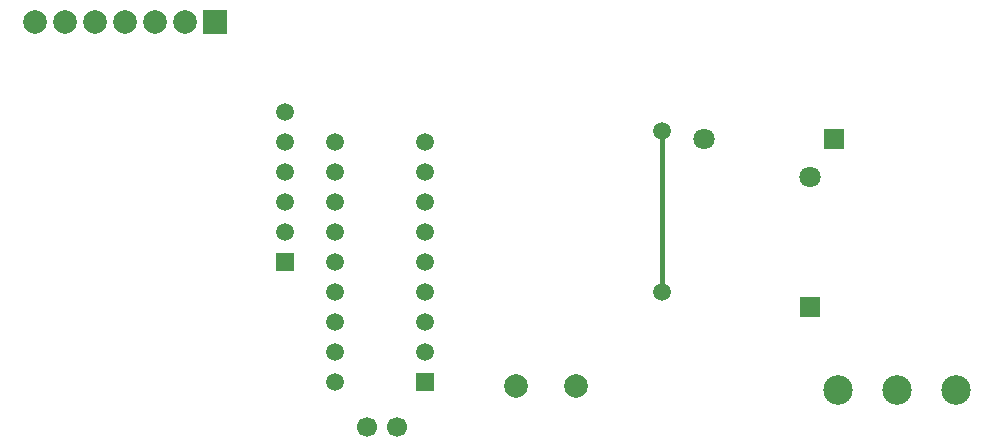
<source format=gbr>
G04 DipTrace 3.0.0.1*
G04 Âåðõíèé.gbr*
%MOMM*%
G04 #@! TF.FileFunction,Copper,L1,Top*
G04 #@! TF.Part,Single*
G04 #@! TA.AperFunction,Conductor*
%ADD14C,0.4*%
G04 #@! TA.AperFunction,ComponentPad*
%ADD22C,2.0*%
%ADD24R,1.8X1.8*%
%ADD25C,1.8*%
%ADD27R,1.52X1.52*%
%ADD28C,1.52*%
%ADD29R,1.5X1.5*%
%ADD30C,1.5*%
%ADD32C,1.7*%
%ADD33C,2.5*%
%ADD34R,2.0X2.0*%
%ADD35C,2.0*%
%ADD36C,1.5*%
%FSLAX35Y35*%
G04*
G71*
G90*
G75*
G01*
G04 Top*
%LPD*%
X7692293Y3857330D2*
D14*
Y2492223D1*
X7692300D1*
D22*
X6454098Y1698557D3*
X6962098D3*
D24*
X9152760Y3793997D3*
D25*
X8047760D3*
D24*
X8946383Y2365250D3*
D25*
Y3470250D3*
D27*
X4501383Y2746243D3*
D28*
Y3000243D3*
Y3254243D3*
Y3508243D3*
Y3762243D3*
Y4016243D3*
D29*
X5692010Y1730250D3*
D30*
Y1984250D3*
Y2238250D3*
Y2492250D3*
Y2746250D3*
Y3000250D3*
Y3254250D3*
Y3508250D3*
Y3762250D3*
X4930010D3*
Y3508250D3*
Y3254250D3*
Y3000250D3*
Y2746250D3*
Y2492250D3*
Y2238250D3*
Y1984250D3*
Y1730250D3*
D32*
X5453972Y1349343D3*
X5199972D3*
D33*
X10184633Y1666750D3*
X9684670Y1666763D3*
X9184670D3*
D34*
X3914010Y4778250D3*
D35*
X3660010D3*
X3406010D3*
X3152010D3*
X2898010D3*
X2644010D3*
X2390010D3*
D36*
X7692293Y3857330D3*
X7692300Y2492223D3*
M02*

</source>
